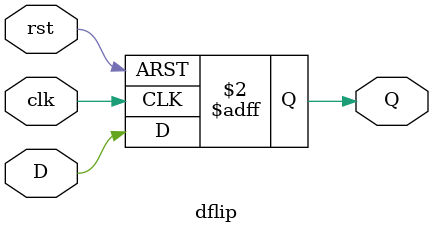
<source format=v>
module ripple (
    input clk,
    input rst,
    output Q2,
    output Q1,
    output Q0
);

    // Instantiate dflip modules
    dflip dflip_inst1 (!Q0, clk, rst, Q2);
    dflip dflip_inst2 (Q2, clk, rst, Q1);
    dflip dflip_inst3 (Q1, clk, rst, Q0);

endmodule

module dflip (
    input D,
    input clk,
    input rst,
    output reg Q
);

    always @(posedge clk or posedge rst) begin
        if (rst)
            Q <= 1'b0; // Reset Q to 0 when rst is asserted
        else
            Q <= D;    // Otherwise, update Q based on D at positive edge of clk
    end

endmodule

</source>
